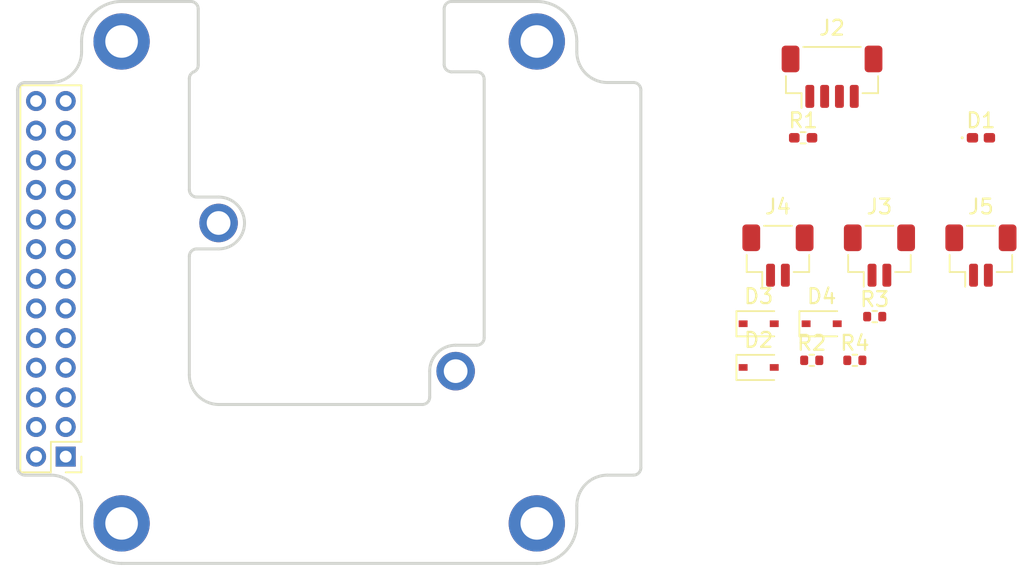
<source format=kicad_pcb>
(kicad_pcb (version 20221018) (generator pcbnew)
  (layers (0 "F.Cu" signal) (31 "B.Cu" signal) (34 "B.Paste" user) (35 "F.Paste" user) (36 "B.SilkS" user "B.Silkscreen") (37 "F.SilkS" user "F.Silkscreen") (38 "B.Mask" user) (39 "F.Mask" user) (44 "Edge.Cuts" user))
  (net 0 "")
  (net 1 "+5V")
  (net 2 "+3.3V")
  (net 3 "/5V20")
  (net 4 "/IO4")
  (net 5 "/RES-L")
  (net 6 "/IO5")
  (net 7 "/IO6")
  (net 8 "/IO3")
  (net 9 "/IO7")
  (net 10 "/IO2")
  (net 11 "/IO1")
  (net 12 "/IO0")
  (net 13 "GND")
  (net 14 "/P14")
  (net 15 "/ANA3")
  (net 16 "/ANA2")
  (net 17 "/ANA1")
  (net 18 "/ANA0")
  (net 19 "/SCL")
  (net 20 "/SDA")
  (net 21 "/AUX1")
  (net 22 "/AUX0")
  (net 23 "/RX")
  (net 24 "/TX")
  (net 25 "Net-(D1-Pad2)")
  (net 26 "Net-(D2-Pad2)")
  (net 27 "Net-(D3-Pad2)")
  (net 28 "Net-(D4-Pad2)")
  (footprint "MountingHole:MountingHole_2.2mm_M2_DIN965_Pad" (layer "F.Cu") (at 28.024712 0)
    (fp_text reference "H2" hide)
    (fp_text value "M2")
    (pad "1" thru_hole circle (at 0 0) (size 3.8 3.8) (drill 2.2) (layers "*.Cu" "*.Mask") (net 13 "GND"))
  )
  (footprint "Diode_SMD:D_SOD-323" (layer "F.Cu") (at 47.25 19.05)
    (fp_text reference "D4" (at 0 -1.85) (layer "F.SilkS"))
    (fp_text value "D_Small")
    (fp_line (start -1.5 -0.85) (end -1.5 0.85) (stroke (width 0.12)) (layer "F.SilkS"))
    (fp_line (start -1.5 -0.85) (end 1.05 -0.85) (stroke (width 0.12)) (layer "F.SilkS"))
    (fp_line (start -1.5 0.85) (end 1.05 0.85) (stroke (width 0.12)) (layer "F.SilkS"))
    (pad "1" smd rect (at -1.05 0) (size 0.6 0.45) (layers "F.Cu" "F.Paste" "F.Mask") (net 1 "+5V"))
    (pad "2" smd rect (at 1.05 0) (size 0.6 0.45) (layers "F.Cu" "F.Paste" "F.Mask") (net 28 "Net-(D4-Pad2)"))
  )
  (footprint "Resistor_SMD:R_0402_1005Metric" (layer "F.Cu") (at 49.49 21.52)
    (fp_text reference "R4" (at 0 -1.17) (layer "F.SilkS"))
    (fp_text value "10K")
    (fp_line (start -0.153641 -0.38) (end 0.153641 -0.38) (stroke (width 0.12)) (layer "F.SilkS"))
    (fp_line (start -0.153641 0.38) (end 0.153641 0.38) (stroke (width 0.12)) (layer "F.SilkS"))
    (pad "1" smd roundrect (at -0.51 0) (size 0.54 0.64) (layers "F.Cu" "F.Paste" "F.Mask") (net 4 "/IO4"))
    (pad "2" smd roundrect (at 0.51 0) (size 0.54 0.64) (layers "F.Cu" "F.Paste" "F.Mask") (net 13 "GND"))
  )
  (footprint "MountingHole:MountingHole_2.2mm_M2_DIN965_Pad" (layer "F.Cu") (at 0 32.525)
    (fp_text reference "H3" hide)
    (fp_text value "M2")
    (pad "1" thru_hole circle (at 0 0) (size 3.8 3.8) (drill 2.2) (layers "*.Cu" "*.Mask") (net 13 "GND"))
  )
  (footprint "MountingHole:MountingHole_2.2mm_M2_DIN965_Pad" (layer "F.Cu") (at 28.024712 32.525)
    (fp_text reference "H4" hide)
    (fp_text value "M2")
    (pad "1" thru_hole circle (at 0 0) (size 3.8 3.8) (drill 2.2) (layers "*.Cu" "*.Mask") (net 13 "GND"))
  )
  (footprint "Connector_JST:JST_SH_BM02B-SRSS-TB_1x02-1MP_P1.00mm_Vertical" (layer "F.Cu") (at 44.3 14.45)
    (fp_text reference "J4" (at 0 -3.3) (layer "F.SilkS"))
    (fp_text value "Pump 2")
    (fp_line (start -2.11 -0.04) (end -2.11 1.11) (stroke (width 0.12)) (layer "F.SilkS"))
    (fp_line (start -2.11 1.11) (end -1.06 1.11) (stroke (width 0.12)) (layer "F.SilkS"))
    (fp_line (start -1.06 1.11) (end -1.06 2.1) (stroke (width 0.12)) (layer "F.SilkS"))
    (fp_line (start -0.94 -2.01) (end 0.94 -2.01) (stroke (width 0.12)) (layer "F.SilkS"))
    (fp_line (start 2.11 -0.04) (end 2.11 1.11) (stroke (width 0.12)) (layer "F.SilkS"))
    (fp_line (start 2.11 1.11) (end 1.06 1.11) (stroke (width 0.12)) (layer "F.SilkS"))
    (pad "1" smd roundrect (at -0.5 1.325) (size 0.6 1.55) (layers "F.Cu" "F.Paste" "F.Mask") (net 1 "+5V"))
    (pad "2" smd roundrect (at 0.5 1.325) (size 0.6 1.55) (layers "F.Cu" "F.Paste" "F.Mask") (net 27 "Net-(D3-Pad2)"))
    (pad "MP" smd roundrect (at -1.8 -1.2) (size 1.2 1.8) (layers "F.Cu" "F.Paste" "F.Mask") (roundrect_rratio 0.208333) (net 13 "GND"))
    (pad "MP" smd roundrect (at 1.8 -1.2) (size 1.2 1.8) (layers "F.Cu" "F.Paste" "F.Mask") (roundrect_rratio 0.208333) (net 13 "GND"))
  )
  (footprint "Diode_SMD:D_SOD-323" (layer "F.Cu") (at 43 22)
    (fp_text reference "D2" (at 0 -1.85) (layer "F.SilkS"))
    (fp_text value "D_Small")
    (fp_line (start -1.5 -0.85) (end -1.5 0.85) (stroke (width 0.12)) (layer "F.SilkS"))
    (fp_line (start -1.5 -0.85) (end 1.05 -0.85) (stroke (width 0.12)) (layer "F.SilkS"))
    (fp_line (start -1.5 0.85) (end 1.05 0.85) (stroke (width 0.12)) (layer "F.SilkS"))
    (pad "1" smd rect (at -1.05 0) (size 0.6 0.45) (layers "F.Cu" "F.Paste" "F.Mask") (net 1 "+5V"))
    (pad "2" smd rect (at 1.05 0) (size 0.6 0.45) (layers "F.Cu" "F.Paste" "F.Mask") (net 26 "Net-(D2-Pad2)"))
  )
  (footprint "Connector_JST:JST_SH_BM02B-SRSS-TB_1x02-1MP_P1.00mm_Vertical" (layer "F.Cu") (at 51.15 14.45)
    (fp_text reference "J3" (at 0 -3.3) (layer "F.SilkS"))
    (fp_text value "Pump 1")
    (fp_line (start -2.11 -0.04) (end -2.11 1.11) (stroke (width 0.12)) (layer "F.SilkS"))
    (fp_line (start -2.11 1.11) (end -1.06 1.11) (stroke (width 0.12)) (layer "F.SilkS"))
    (fp_line (start -1.06 1.11) (end -1.06 2.1) (stroke (width 0.12)) (layer "F.SilkS"))
    (fp_line (start -0.94 -2.01) (end 0.94 -2.01) (stroke (width 0.12)) (layer "F.SilkS"))
    (fp_line (start 2.11 -0.04) (end 2.11 1.11) (stroke (width 0.12)) (layer "F.SilkS"))
    (fp_line (start 2.11 1.11) (end 1.06 1.11) (stroke (width 0.12)) (layer "F.SilkS"))
    (pad "1" smd roundrect (at -0.5 1.325) (size 0.6 1.55) (layers "F.Cu" "F.Paste" "F.Mask") (net 1 "+5V"))
    (pad "2" smd roundrect (at 0.5 1.325) (size 0.6 1.55) (layers "F.Cu" "F.Paste" "F.Mask") (net 26 "Net-(D2-Pad2)"))
    (pad "MP" smd roundrect (at -1.8 -1.2) (size 1.2 1.8) (layers "F.Cu" "F.Paste" "F.Mask") (roundrect_rratio 0.208333) (net 13 "GND"))
    (pad "MP" smd roundrect (at 1.8 -1.2) (size 1.2 1.8) (layers "F.Cu" "F.Paste" "F.Mask") (roundrect_rratio 0.208333) (net 13 "GND"))
  )
  (footprint "LED_SMD:LED_0402_1005Metric_Pad0.77x0.64mm_HandSolder" (layer "F.Cu") (at 58 6.5)
    (fp_text reference "D1" (at 0 -1.17) (layer "F.SilkS"))
    (fp_text value "LED")
    (fp_circle (center -1.265 0) (end -1.215 0) (stroke (width 0.1)) (fill none) (layer "F.SilkS"))
    (pad "1" smd roundrect (at -0.5725 0) (size 0.765 0.64) (layers "F.Cu" "F.Paste" "F.Mask") (net 13 "GND"))
    (pad "2" smd roundrect (at 0.5725 0) (size 0.765 0.64) (layers "F.Cu" "F.Paste" "F.Mask") (net 25 "Net-(D1-Pad2)"))
  )
  (footprint "Connector_PinHeader_2.00mm:PinHeader_2x13_P2.00mm_Vertical" (layer "F.Cu") (at -3.772019 28.01875 180)
    (fp_text reference "J1" hide)
    (fp_text value "MicroLab")
    (fp_line (start -1.06 -1.06) (end 0 -1.06) (stroke (width 0.12)) (layer "F.SilkS"))
    (fp_line (start -1.06 0) (end -1.06 -1.06) (stroke (width 0.12)) (layer "F.SilkS"))
    (fp_line (start -1.06 1) (end -1.06 25.06) (stroke (width 0.12)) (layer "F.SilkS"))
    (fp_line (start -1.06 1) (end 1 1) (stroke (width 0.12)) (layer "F.SilkS"))
    (fp_line (start -1.06 25.06) (end 3.06 25.06) (stroke (width 0.12)) (layer "F.SilkS"))
    (fp_line (start 1 -1.06) (end 3.06 -1.06) (stroke (width 0.12)) (layer "F.SilkS"))
    (fp_line (start 1 1) (end 1 -1.06) (stroke (width 0.12)) (layer "F.SilkS"))
    (fp_line (start 3.06 -1.06) (end 3.06 25.06) (stroke (width 0.12)) (layer "F.SilkS"))
    (pad "1" thru_hole rect (at 0 0 180) (size 1.35 1.35) (drill 0.8) (layers "*.Cu" "*.Mask") (net 1 "+5V"))
    (pad "2" thru_hole oval (at 2 0 180) (size 1.35 1.35) (drill 0.8) (layers "*.Cu" "*.Mask") (net 1 "+5V"))
    (pad "3" thru_hole oval (at 0 2 180) (size 1.35 1.35) (drill 0.8) (layers "*.Cu" "*.Mask") (net 2 "+3.3V"))
    (pad "4" thru_hole oval (at 2 2 180) (size 1.35 1.35) (drill 0.8) (layers "*.Cu" "*.Mask") (net 3 "/5V20"))
    (pad "5" thru_hole oval (at 0 4 180) (size 1.35 1.35) (drill 0.8) (layers "*.Cu" "*.Mask") (net 4 "/IO4"))
    (pad "6" thru_hole oval (at 2 4 180) (size 1.35 1.35) (drill 0.8) (layers "*.Cu" "*.Mask") (net 5 "/RES-L"))
    (pad "7" thru_hole oval (at 0 6 180) (size 1.35 1.35) (drill 0.8) (layers "*.Cu" "*.Mask") (net 6 "/IO5"))
    (pad "8" thru_hole oval (at 2 6 180) (size 1.35 1.35) (drill 0.8) (layers "*.Cu" "*.Mask") (net 7 "/IO6"))
    (pad "9" thru_hole oval (at 0 8 180) (size 1.35 1.35) (drill 0.8) (layers "*.Cu" "*.Mask") (net 8 "/IO3"))
    (pad "10" thru_hole oval (at 2 8 180) (size 1.35 1.35) (drill 0.8) (layers "*.Cu" "*.Mask") (net 9 "/IO7"))
    (pad "11" thru_hole oval (at 0 10 180) (size 1.35 1.35) (drill 0.8) (layers "*.Cu" "*.Mask") (net 10 "/IO2"))
    (pad "12" thru_hole oval (at 2 10 180) (size 1.35 1.35) (drill 0.8) (layers "*.Cu" "*.Mask") (net 11 "/IO1"))
    (pad "13" thru_hole oval (at 0 12 180) (size 1.35 1.35) (drill 0.8) (layers "*.Cu" "*.Mask") (net 12 "/IO0"))
    (pad "14" thru_hole oval (at 2 12 180) (size 1.35 1.35) (drill 0.8) (layers "*.Cu" "*.Mask") (net 13 "GND"))
    (pad "15" thru_hole oval (at 0 14 180) (size 1.35 1.35) (drill 0.8) (layers "*.Cu" "*.Mask") (net 13 "GND"))
    (pad "16" thru_hole oval (at 2 14 180) (size 1.35 1.35) (drill 0.8) (layers "*.Cu" "*.Mask") (net 14 "/P14"))
    (pad "17" thru_hole oval (at 0 16 180) (size 1.35 1.35) (drill 0.8) (layers "*.Cu" "*.Mask") (net 15 "/ANA3"))
    (pad "18" thru_hole oval (at 2 16 180) (size 1.35 1.35) (drill 0.8) (layers "*.Cu" "*.Mask") (net 16 "/ANA2"))
    (pad "19" thru_hole oval (at 0 18 180) (size 1.35 1.35) (drill 0.8) (layers "*.Cu" "*.Mask") (net 17 "/ANA1"))
    (pad "20" thru_hole oval (at 2 18 180) (size 1.35 1.35) (drill 0.8) (layers "*.Cu" "*.Mask") (net 18 "/ANA0"))
    (pad "21" thru_hole oval (at 0 20 180) (size 1.35 1.35) (drill 0.8) (layers "*.Cu" "*.Mask") (net 19 "/SCL"))
    (pad "22" thru_hole oval (at 2 20 180) (size 1.35 1.35) (drill 0.8) (layers "*.Cu" "*.Mask") (net 20 "/SDA"))
    (pad "23" thru_hole oval (at 0 22 180) (size 1.35 1.35) (drill 0.8) (layers "*.Cu" "*.Mask") (net 21 "/AUX1"))
    (pad "24" thru_hole oval (at 2 22 180) (size 1.35 1.35) (drill 0.8) (layers "*.Cu" "*.Mask") (net 22 "/AUX0"))
    (pad "25" thru_hole oval (at 0 24 180) (size 1.35 1.35) (drill 0.8) (layers "*.Cu" "*.Mask") (net 23 "/RX"))
    (pad "26" thru_hole oval (at 2 24 180) (size 1.35 1.35) (drill 0.8) (layers "*.Cu" "*.Mask") (net 24 "/TX"))
  )
  (footprint "Resistor_SMD:R_0402_1005Metric" (layer "F.Cu") (at 46.58 21.52)
    (fp_text reference "R2" (at 0 -1.17) (layer "F.SilkS"))
    (fp_text value "10K")
    (fp_line (start -0.153641 -0.38) (end 0.153641 -0.38) (stroke (width 0.12)) (layer "F.SilkS"))
    (fp_line (start -0.153641 0.38) (end 0.153641 0.38) (stroke (width 0.12)) (layer "F.SilkS"))
    (pad "1" smd roundrect (at -0.51 0) (size 0.54 0.64) (layers "F.Cu" "F.Paste" "F.Mask") (net 8 "/IO3"))
    (pad "2" smd roundrect (at 0.51 0) (size 0.54 0.64) (layers "F.Cu" "F.Paste" "F.Mask") (net 13 "GND"))
  )
  (footprint "Resistor_SMD:R_0402_1005Metric_Pad0.72x0.64mm_HandSolder" (layer "F.Cu") (at 46 6.5)
    (fp_text reference "R1" (at 0 -1.17) (layer "F.SilkS"))
    (fp_text value "2K")
    (fp_line (start -0.167621 -0.38) (end 0.167621 -0.38) (stroke (width 0.12)) (layer "F.SilkS"))
    (fp_line (start -0.167621 0.38) (end 0.167621 0.38) (stroke (width 0.12)) (layer "F.SilkS"))
    (pad "1" smd roundrect (at -0.5975 0) (size 0.715 0.64) (layers "F.Cu" "F.Paste" "F.Mask") (net 25 "Net-(D1-Pad2)"))
    (pad "2" smd roundrect (at 0.5975 0) (size 0.715 0.64) (layers "F.Cu" "F.Paste" "F.Mask") (net 1 "+5V"))
  )
  (footprint "Resistor_SMD:R_0402_1005Metric" (layer "F.Cu") (at 50.83 18.57)
    (fp_text reference "R3" (at 0 -1.17) (layer "F.SilkS"))
    (fp_text value "10K")
    (fp_line (start -0.153641 -0.38) (end 0.153641 -0.38) (stroke (width 0.12)) (layer "F.SilkS"))
    (fp_line (start -0.153641 0.38) (end 0.153641 0.38) (stroke (width 0.12)) (layer "F.SilkS"))
    (pad "1" smd roundrect (at -0.51 0) (size 0.54 0.64) (layers "F.Cu" "F.Paste" "F.Mask") (net 6 "/IO5"))
    (pad "2" smd roundrect (at 0.51 0) (size 0.54 0.64) (layers "F.Cu" "F.Paste" "F.Mask") (net 13 "GND"))
  )
  (footprint "MountingHole:MountingHole_2.2mm_M2_DIN965_Pad" (layer "F.Cu") (at 0 0)
    (fp_text reference "H1" hide)
    (fp_text value "M2")
    (pad "1" thru_hole circle (at 0 0) (size 3.8 3.8) (drill 2.2) (layers "*.Cu" "*.Mask") (net 13 "GND"))
  )
  (footprint "Connector_JST:JST_SH_BM02B-SRSS-TB_1x02-1MP_P1.00mm_Vertical" (layer "F.Cu") (at 58 14.45)
    (fp_text reference "J5" (at 0 -3.3) (layer "F.SilkS"))
    (fp_text value "LED")
    (fp_line (start -2.11 -0.04) (end -2.11 1.11) (stroke (width 0.12)) (layer "F.SilkS"))
    (fp_line (start -2.11 1.11) (end -1.06 1.11) (stroke (width 0.12)) (layer "F.SilkS"))
    (fp_line (start -1.06 1.11) (end -1.06 2.1) (stroke (width 0.12)) (layer "F.SilkS"))
    (fp_line (start -0.94 -2.01) (end 0.94 -2.01) (stroke (width 0.12)) (layer "F.SilkS"))
    (fp_line (start 2.11 -0.04) (end 2.11 1.11) (stroke (width 0.12)) (layer "F.SilkS"))
    (fp_line (start 2.11 1.11) (end 1.06 1.11) (stroke (width 0.12)) (layer "F.SilkS"))
    (pad "1" smd roundrect (at -0.5 1.325) (size 0.6 1.55) (layers "F.Cu" "F.Paste" "F.Mask") (net 1 "+5V"))
    (pad "2" smd roundrect (at 0.5 1.325) (size 0.6 1.55) (layers "F.Cu" "F.Paste" "F.Mask") (net 28 "Net-(D4-Pad2)"))
    (pad "MP" smd roundrect (at -1.8 -1.2) (size 1.2 1.8) (layers "F.Cu" "F.Paste" "F.Mask") (roundrect_rratio 0.208333) (net 13 "GND"))
    (pad "MP" smd roundrect (at 1.8 -1.2) (size 1.2 1.8) (layers "F.Cu" "F.Paste" "F.Mask") (roundrect_rratio 0.208333) (net 13 "GND"))
  )
  (footprint "Connector_JST:JST_SH_BM04B-SRSS-TB_1x04-1MP_P1.00mm_Vertical" (layer "F.Cu") (at 47.95 2.38)
    (fp_text reference "J2" (at 0 -3.3) (layer "F.SilkS"))
    (fp_text value "Sensors")
    (fp_line (start -3.11 -0.04) (end -3.11 1.11) (stroke (width 0.12)) (layer "F.SilkS"))
    (fp_line (start -3.11 1.11) (end -2.06 1.11) (stroke (width 0.12)) (layer "F.SilkS"))
    (fp_line (start -2.06 1.11) (end -2.06 2.1) (stroke (width 0.12)) (layer "F.SilkS"))
    (fp_line (start -1.94 -2.01) (end 1.94 -2.01) (stroke (width 0.12)) (layer "F.SilkS"))
    (fp_line (start 3.11 -0.04) (end 3.11 1.11) (stroke (width 0.12)) (layer "F.SilkS"))
    (fp_line (start 3.11 1.11) (end 2.06 1.11) (stroke (width 0.12)) (layer "F.SilkS"))
    (pad "1" smd roundrect (at -1.5 1.325) (size 0.6 1.55) (layers "F.Cu" "F.Paste" "F.Mask") (net 1 "+5V"))
    (pad "2" smd roundrect (at -0.5 1.325) (size 0.6 1.55) (layers "F.Cu" "F.Paste" "F.Mask") (net 20 "/SDA"))
    (pad "3" smd roundrect (at 0.5 1.325) (size 0.6 1.55) (layers "F.Cu" "F.Paste" "F.Mask") (net 19 "/SCL"))
    (pad "4" smd roundrect (at 1.5 1.325) (size 0.6 1.55) (layers "F.Cu" "F.Paste" "F.Mask") (net 13 "GND"))
    (pad "MP" smd roundrect (at -2.8 -1.2) (size 1.2 1.8) (layers "F.Cu" "F.Paste" "F.Mask") (roundrect_rratio 0.208333) (net 13 "GND"))
    (pad "MP" smd roundrect (at 2.8 -1.2) (size 1.2 1.8) (layers "F.Cu" "F.Paste" "F.Mask") (roundrect_rratio 0.208333) (net 13 "GND"))
  )
  (footprint "Diode_SMD:D_SOD-323" (layer "F.Cu") (at 43 19.05)
    (fp_text reference "D3" (at 0 -1.85) (layer "F.SilkS"))
    (fp_text value "D_Small")
    (fp_line (start -1.5 -0.85) (end -1.5 0.85) (stroke (width 0.12)) (layer "F.SilkS"))
    (fp_line (start -1.5 -0.85) (end 1.05 -0.85) (stroke (width 0.12)) (layer "F.SilkS"))
    (fp_line (start -1.5 0.85) (end 1.05 0.85) (stroke (width 0.12)) (layer "F.SilkS"))
    (pad "1" smd rect (at -1.05 0) (size 0.6 0.45) (layers "F.Cu" "F.Paste" "F.Mask") (net 1 "+5V"))
    (pad "2" smd rect (at 1.05 0) (size 0.6 0.45) (layers "F.Cu" "F.Paste" "F.Mask") (net 27 "Net-(D3-Pad2)"))
  )
  (gr_line (start 5.071725 14) (end 6.546725 14) (stroke (width 0.2)) (layer "Edge.Cuts"))
  (gr_arc (start 6.546725 10.5) (mid 8.296725 12.25) (end 6.546725 14) (stroke (width 0.2)) (layer "Edge.Cuts"))
  (gr_arc (start 22.271725 2.05) (mid 21.918172 1.903553) (end 21.771725 1.55) (stroke (width 0.2)) (layer "Edge.Cuts"))
  (gr_arc (start -2.700006 0.696731) (mid -3.306896 2.161858) (end -4.772025 2.76875) (stroke (width 0.2)) (layer "Edge.Cuts"))
  (gr_arc (start 24.471725 20) (mid 24.325278 20.353553) (end 23.971725 20.5) (stroke (width 0.2)) (layer "Edge.Cuts"))
  (gr_arc (start 5.071725 10.5) (mid 4.718188 10.353545) (end 4.571725 10) (stroke (width 0.2)) (layer "Edge.Cuts"))
  (gr_line (start 22.271725 2.05) (end 23.971725 2.05) (stroke (width 0.2)) (layer "Edge.Cuts"))
  (gr_line (start 24.471725 2.55) (end 24.471725 20) (stroke (width 0.2)) (layer "Edge.Cuts"))
  (gr_arc (start 20.796725 24) (mid 20.650278 24.353553) (end 20.296725 24.5) (stroke (width 0.2)) (layer "Edge.Cuts"))
  (gr_arc (start 6.571725 24.5) (mid 5.157508 23.914215) (end 4.571725 22.5) (stroke (width 0.2)) (layer "Edge.Cuts"))
  (gr_arc (start -7.022025 3.26875) (mid -6.875559 2.915238) (end -6.522025 2.76875) (stroke (width 0.2)) (layer "Edge.Cuts"))
  (gr_arc (start 20.796725 22.25) (mid 21.309288 21.012563) (end 22.546725 20.5) (stroke (width 0.2)) (layer "Edge.Cuts"))
  (gr_line (start 21.771725 -2.2) (end 21.771725 1.55) (stroke (width 0.2)) (layer "Edge.Cuts"))
  (gr_line (start 28.024706 -2.7) (end 22.271725 -2.7) (stroke (width 0.2)) (layer "Edge.Cuts"))
  (gr_arc (start 4.571725 14.5) (mid 4.71817 14.146438) (end 5.071725 14) (stroke (width 0.2)) (layer "Edge.Cuts"))
  (gr_line (start -6.522025 29.26875) (end -4.772025 29.26875) (stroke (width 0.2)) (layer "Edge.Cuts"))
  (gr_arc (start 30.724706 31.340769) (mid 31.331586 29.87563) (end 32.796725 29.26875) (stroke (width 0.2)) (layer "Edge.Cuts"))
  (gr_line (start 4.571725 22.5) (end 4.571725 14.5) (stroke (width 0.2)) (layer "Edge.Cuts"))
  (gr_line (start -7.022025 3.26875) (end -7.022025 28.76875) (stroke (width 0.2)) (layer "Edge.Cuts"))
  (gr_arc (start 5.171725 1.591742) (mid 5.090037 1.865582) (end 4.871725 2.05) (stroke (width 0.2)) (layer "Edge.Cuts"))
  (gr_line (start 23.971725 20.5) (end 22.546725 20.5) (stroke (width 0.2)) (layer "Edge.Cuts"))
  (gr_line (start -2.700006 31.340769) (end -2.700006 32.525) (stroke (width 0.2)) (layer "Edge.Cuts"))
  (gr_line (start -2.700006 0) (end -2.700006 0.696731) (stroke (width 0.2)) (layer "Edge.Cuts"))
  (gr_arc (start 4.571725 2.508258) (mid 4.653409 2.23441) (end 4.871725 2.05) (stroke (width 0.2)) (layer "Edge.Cuts"))
  (gr_arc (start 35.046725 28.76875) (mid 34.900278 29.122303) (end 34.546725 29.26875) (stroke (width 0.2)) (layer "Edge.Cuts"))
  (gr_arc (start 21.771725 -2.2) (mid 21.918172 -2.553553) (end 22.271725 -2.7) (stroke (width 0.2)) (layer "Edge.Cuts"))
  (gr_arc (start -6.522025 29.26875) (mid -6.875612 29.122315) (end -7.022025 28.76875) (stroke (width 0.2)) (layer "Edge.Cuts"))
  (gr_line (start 32.796725 29.26875) (end 34.546725 29.26875) (stroke (width 0.2)) (layer "Edge.Cuts"))
  (gr_line (start 4.671725 -2.7) (end -0.000006 -2.7) (stroke (width 0.2)) (layer "Edge.Cuts"))
  (gr_line (start 20.296725 24.5) (end 6.571725 24.5) (stroke (width 0.2)) (layer "Edge.Cuts"))
  (gr_line (start 5.171725 1.591742) (end 5.171725 -2.2) (stroke (width 0.2)) (layer "Edge.Cuts"))
  (gr_line (start 34.546725 2.76875) (end 32.796725 2.76875) (stroke (width 0.2)) (layer "Edge.Cuts"))
  (gr_line (start 35.046725 28.76875) (end 35.046725 3.26875) (stroke (width 0.2)) (layer "Edge.Cuts"))
  (gr_line (start 30.724706 32.525) (end 30.724706 31.340769) (stroke (width 0.2)) (layer "Edge.Cuts"))
  (gr_arc (start 30.724706 32.525) (mid 29.933894 34.434188) (end 28.024706 35.225) (stroke (width 0.2)) (layer "Edge.Cuts"))
  (gr_arc (start -0.000006 35.225) (mid -1.90919 34.434186) (end -2.700006 32.525) (stroke (width 0.2)) (layer "Edge.Cuts"))
  (gr_arc (start -2.700006 0) (mid -1.909195 -1.90919) (end -0.000006 -2.7) (stroke (width 0.2)) (layer "Edge.Cuts"))
  (gr_arc (start 34.546725 2.76875) (mid 34.900278 2.915197) (end 35.046725 3.26875) (stroke (width 0.2)) (layer "Edge.Cuts"))
  (gr_arc (start 4.671725 -2.7) (mid 5.025295 -2.553562) (end 5.171725 -2.2) (stroke (width 0.2)) (layer "Edge.Cuts"))
  (gr_line (start 30.724706 0.696731) (end 30.724706 0) (stroke (width 0.2)) (layer "Edge.Cuts"))
  (gr_arc (start 28.024706 -2.7) (mid 29.933894 -1.909188) (end 30.724706 0) (stroke (width 0.2)) (layer "Edge.Cuts"))
  (gr_arc (start -4.772025 29.26875) (mid -3.306883 29.875628) (end -2.700006 31.340769) (stroke (width 0.2)) (layer "Edge.Cuts"))
  (gr_line (start 4.571725 10) (end 4.571725 2.508258) (stroke (width 0.2)) (layer "Edge.Cuts"))
  (gr_line (start 6.546725 10.5) (end 5.071725 10.5) (stroke (width 0.2)) (layer "Edge.Cuts"))
  (gr_arc (start 23.971725 2.05) (mid 24.325278 2.196447) (end 24.471725 2.55) (stroke (width 0.2)) (layer "Edge.Cuts"))
  (gr_line (start -4.772025 2.76875) (end -6.522025 2.76875) (stroke (width 0.2)) (layer "Edge.Cuts"))
  (gr_arc (start 32.796725 2.76875) (mid 31.331586 2.16187) (end 30.724706 0.696731) (stroke (width 0.2)) (layer "Edge.Cuts"))
  (gr_line (start 20.796725 22.25) (end 20.796725 24) (stroke (width 0.2)) (layer "Edge.Cuts"))
  (gr_line (start -0.000006 35.225) (end 28.024706 35.225) (stroke (width 0.2)) (layer "Edge.Cuts"))
  (via (at 6.546731 12.25) (size 2.6) (drill 1.6) (layers "F.Cu" "B.Cu") (net 13))
  (via (at 22.546731 22.25) (size 2.6) (drill 1.6) (layers "F.Cu" "B.Cu") (net 13))
)
</source>
